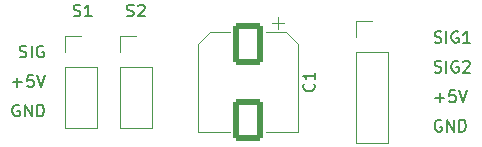
<source format=gto>
G04 #@! TF.GenerationSoftware,KiCad,Pcbnew,(6.0.0)*
G04 #@! TF.CreationDate,2022-06-26T22:52:38+02:00*
G04 #@! TF.ProjectId,mht-servo,6d68742d-7365-4727-966f-2e6b69636164,rev?*
G04 #@! TF.SameCoordinates,Original*
G04 #@! TF.FileFunction,Legend,Top*
G04 #@! TF.FilePolarity,Positive*
%FSLAX46Y46*%
G04 Gerber Fmt 4.6, Leading zero omitted, Abs format (unit mm)*
G04 Created by KiCad (PCBNEW (6.0.0)) date 2022-06-26 22:52:38*
%MOMM*%
%LPD*%
G01*
G04 APERTURE LIST*
G04 Aperture macros list*
%AMRoundRect*
0 Rectangle with rounded corners*
0 $1 Rounding radius*
0 $2 $3 $4 $5 $6 $7 $8 $9 X,Y pos of 4 corners*
0 Add a 4 corners polygon primitive as box body*
4,1,4,$2,$3,$4,$5,$6,$7,$8,$9,$2,$3,0*
0 Add four circle primitives for the rounded corners*
1,1,$1+$1,$2,$3*
1,1,$1+$1,$4,$5*
1,1,$1+$1,$6,$7*
1,1,$1+$1,$8,$9*
0 Add four rect primitives between the rounded corners*
20,1,$1+$1,$2,$3,$4,$5,0*
20,1,$1+$1,$4,$5,$6,$7,0*
20,1,$1+$1,$6,$7,$8,$9,0*
20,1,$1+$1,$8,$9,$2,$3,0*%
G04 Aperture macros list end*
%ADD10C,0.150000*%
%ADD11C,0.120000*%
%ADD12C,3.200000*%
%ADD13R,1.700000X1.700000*%
%ADD14O,1.700000X1.700000*%
%ADD15RoundRect,0.250000X-1.000000X1.500000X-1.000000X-1.500000X1.000000X-1.500000X1.000000X1.500000X0*%
G04 APERTURE END LIST*
D10*
X138116785Y-76965000D02*
X138021547Y-76917380D01*
X137878690Y-76917380D01*
X137735833Y-76965000D01*
X137640595Y-77060238D01*
X137592976Y-77155476D01*
X137545357Y-77345952D01*
X137545357Y-77488809D01*
X137592976Y-77679285D01*
X137640595Y-77774523D01*
X137735833Y-77869761D01*
X137878690Y-77917380D01*
X137973928Y-77917380D01*
X138116785Y-77869761D01*
X138164404Y-77822142D01*
X138164404Y-77488809D01*
X137973928Y-77488809D01*
X138592976Y-77917380D02*
X138592976Y-76917380D01*
X139164404Y-77917380D01*
X139164404Y-76917380D01*
X139640595Y-77917380D02*
X139640595Y-76917380D01*
X139878690Y-76917380D01*
X140021547Y-76965000D01*
X140116785Y-77060238D01*
X140164404Y-77155476D01*
X140212023Y-77345952D01*
X140212023Y-77488809D01*
X140164404Y-77679285D01*
X140116785Y-77774523D01*
X140021547Y-77869761D01*
X139878690Y-77917380D01*
X139640595Y-77917380D01*
X138164404Y-72869761D02*
X138307261Y-72917380D01*
X138545357Y-72917380D01*
X138640595Y-72869761D01*
X138688214Y-72822142D01*
X138735833Y-72726904D01*
X138735833Y-72631666D01*
X138688214Y-72536428D01*
X138640595Y-72488809D01*
X138545357Y-72441190D01*
X138354880Y-72393571D01*
X138259642Y-72345952D01*
X138212023Y-72298333D01*
X138164404Y-72203095D01*
X138164404Y-72107857D01*
X138212023Y-72012619D01*
X138259642Y-71965000D01*
X138354880Y-71917380D01*
X138592976Y-71917380D01*
X138735833Y-71965000D01*
X139164404Y-72917380D02*
X139164404Y-71917380D01*
X140164404Y-71965000D02*
X140069166Y-71917380D01*
X139926309Y-71917380D01*
X139783452Y-71965000D01*
X139688214Y-72060238D01*
X139640595Y-72155476D01*
X139592976Y-72345952D01*
X139592976Y-72488809D01*
X139640595Y-72679285D01*
X139688214Y-72774523D01*
X139783452Y-72869761D01*
X139926309Y-72917380D01*
X140021547Y-72917380D01*
X140164404Y-72869761D01*
X140212023Y-72822142D01*
X140212023Y-72488809D01*
X140021547Y-72488809D01*
X137592976Y-75036428D02*
X138354880Y-75036428D01*
X137973928Y-75417380D02*
X137973928Y-74655476D01*
X139307261Y-74417380D02*
X138831071Y-74417380D01*
X138783452Y-74893571D01*
X138831071Y-74845952D01*
X138926309Y-74798333D01*
X139164404Y-74798333D01*
X139259642Y-74845952D01*
X139307261Y-74893571D01*
X139354880Y-74988809D01*
X139354880Y-75226904D01*
X139307261Y-75322142D01*
X139259642Y-75369761D01*
X139164404Y-75417380D01*
X138926309Y-75417380D01*
X138831071Y-75369761D01*
X138783452Y-75322142D01*
X139640595Y-74417380D02*
X139973928Y-75417380D01*
X140307261Y-74417380D01*
X173287976Y-74154761D02*
X173430833Y-74202380D01*
X173668928Y-74202380D01*
X173764166Y-74154761D01*
X173811785Y-74107142D01*
X173859404Y-74011904D01*
X173859404Y-73916666D01*
X173811785Y-73821428D01*
X173764166Y-73773809D01*
X173668928Y-73726190D01*
X173478452Y-73678571D01*
X173383214Y-73630952D01*
X173335595Y-73583333D01*
X173287976Y-73488095D01*
X173287976Y-73392857D01*
X173335595Y-73297619D01*
X173383214Y-73250000D01*
X173478452Y-73202380D01*
X173716547Y-73202380D01*
X173859404Y-73250000D01*
X174287976Y-74202380D02*
X174287976Y-73202380D01*
X175287976Y-73250000D02*
X175192738Y-73202380D01*
X175049880Y-73202380D01*
X174907023Y-73250000D01*
X174811785Y-73345238D01*
X174764166Y-73440476D01*
X174716547Y-73630952D01*
X174716547Y-73773809D01*
X174764166Y-73964285D01*
X174811785Y-74059523D01*
X174907023Y-74154761D01*
X175049880Y-74202380D01*
X175145119Y-74202380D01*
X175287976Y-74154761D01*
X175335595Y-74107142D01*
X175335595Y-73773809D01*
X175145119Y-73773809D01*
X175716547Y-73297619D02*
X175764166Y-73250000D01*
X175859404Y-73202380D01*
X176097500Y-73202380D01*
X176192738Y-73250000D01*
X176240357Y-73297619D01*
X176287976Y-73392857D01*
X176287976Y-73488095D01*
X176240357Y-73630952D01*
X175668928Y-74202380D01*
X176287976Y-74202380D01*
X173335595Y-76321428D02*
X174097500Y-76321428D01*
X173716547Y-76702380D02*
X173716547Y-75940476D01*
X175049880Y-75702380D02*
X174573690Y-75702380D01*
X174526071Y-76178571D01*
X174573690Y-76130952D01*
X174668928Y-76083333D01*
X174907023Y-76083333D01*
X175002261Y-76130952D01*
X175049880Y-76178571D01*
X175097500Y-76273809D01*
X175097500Y-76511904D01*
X175049880Y-76607142D01*
X175002261Y-76654761D01*
X174907023Y-76702380D01*
X174668928Y-76702380D01*
X174573690Y-76654761D01*
X174526071Y-76607142D01*
X175383214Y-75702380D02*
X175716547Y-76702380D01*
X176049880Y-75702380D01*
X173859404Y-78250000D02*
X173764166Y-78202380D01*
X173621309Y-78202380D01*
X173478452Y-78250000D01*
X173383214Y-78345238D01*
X173335595Y-78440476D01*
X173287976Y-78630952D01*
X173287976Y-78773809D01*
X173335595Y-78964285D01*
X173383214Y-79059523D01*
X173478452Y-79154761D01*
X173621309Y-79202380D01*
X173716547Y-79202380D01*
X173859404Y-79154761D01*
X173907023Y-79107142D01*
X173907023Y-78773809D01*
X173716547Y-78773809D01*
X174335595Y-79202380D02*
X174335595Y-78202380D01*
X174907023Y-79202380D01*
X174907023Y-78202380D01*
X175383214Y-79202380D02*
X175383214Y-78202380D01*
X175621309Y-78202380D01*
X175764166Y-78250000D01*
X175859404Y-78345238D01*
X175907023Y-78440476D01*
X175954642Y-78630952D01*
X175954642Y-78773809D01*
X175907023Y-78964285D01*
X175859404Y-79059523D01*
X175764166Y-79154761D01*
X175621309Y-79202380D01*
X175383214Y-79202380D01*
X142738095Y-69404761D02*
X142880952Y-69452380D01*
X143119047Y-69452380D01*
X143214285Y-69404761D01*
X143261904Y-69357142D01*
X143309523Y-69261904D01*
X143309523Y-69166666D01*
X143261904Y-69071428D01*
X143214285Y-69023809D01*
X143119047Y-68976190D01*
X142928571Y-68928571D01*
X142833333Y-68880952D01*
X142785714Y-68833333D01*
X142738095Y-68738095D01*
X142738095Y-68642857D01*
X142785714Y-68547619D01*
X142833333Y-68500000D01*
X142928571Y-68452380D01*
X143166666Y-68452380D01*
X143309523Y-68500000D01*
X144261904Y-69452380D02*
X143690476Y-69452380D01*
X143976190Y-69452380D02*
X143976190Y-68452380D01*
X143880952Y-68595238D01*
X143785714Y-68690476D01*
X143690476Y-68738095D01*
X147238095Y-69404761D02*
X147380952Y-69452380D01*
X147619047Y-69452380D01*
X147714285Y-69404761D01*
X147761904Y-69357142D01*
X147809523Y-69261904D01*
X147809523Y-69166666D01*
X147761904Y-69071428D01*
X147714285Y-69023809D01*
X147619047Y-68976190D01*
X147428571Y-68928571D01*
X147333333Y-68880952D01*
X147285714Y-68833333D01*
X147238095Y-68738095D01*
X147238095Y-68642857D01*
X147285714Y-68547619D01*
X147333333Y-68500000D01*
X147428571Y-68452380D01*
X147666666Y-68452380D01*
X147809523Y-68500000D01*
X148190476Y-68547619D02*
X148238095Y-68500000D01*
X148333333Y-68452380D01*
X148571428Y-68452380D01*
X148666666Y-68500000D01*
X148714285Y-68547619D01*
X148761904Y-68642857D01*
X148761904Y-68738095D01*
X148714285Y-68880952D01*
X148142857Y-69452380D01*
X148761904Y-69452380D01*
X173287976Y-71654761D02*
X173430833Y-71702380D01*
X173668928Y-71702380D01*
X173764166Y-71654761D01*
X173811785Y-71607142D01*
X173859404Y-71511904D01*
X173859404Y-71416666D01*
X173811785Y-71321428D01*
X173764166Y-71273809D01*
X173668928Y-71226190D01*
X173478452Y-71178571D01*
X173383214Y-71130952D01*
X173335595Y-71083333D01*
X173287976Y-70988095D01*
X173287976Y-70892857D01*
X173335595Y-70797619D01*
X173383214Y-70750000D01*
X173478452Y-70702380D01*
X173716547Y-70702380D01*
X173859404Y-70750000D01*
X174287976Y-71702380D02*
X174287976Y-70702380D01*
X175287976Y-70750000D02*
X175192738Y-70702380D01*
X175049880Y-70702380D01*
X174907023Y-70750000D01*
X174811785Y-70845238D01*
X174764166Y-70940476D01*
X174716547Y-71130952D01*
X174716547Y-71273809D01*
X174764166Y-71464285D01*
X174811785Y-71559523D01*
X174907023Y-71654761D01*
X175049880Y-71702380D01*
X175145119Y-71702380D01*
X175287976Y-71654761D01*
X175335595Y-71607142D01*
X175335595Y-71273809D01*
X175145119Y-71273809D01*
X176287976Y-71702380D02*
X175716547Y-71702380D01*
X176002261Y-71702380D02*
X176002261Y-70702380D01*
X175907023Y-70845238D01*
X175811785Y-70940476D01*
X175716547Y-70988095D01*
X163057142Y-75166666D02*
X163104761Y-75214285D01*
X163152380Y-75357142D01*
X163152380Y-75452380D01*
X163104761Y-75595238D01*
X163009523Y-75690476D01*
X162914285Y-75738095D01*
X162723809Y-75785714D01*
X162580952Y-75785714D01*
X162390476Y-75738095D01*
X162295238Y-75690476D01*
X162200000Y-75595238D01*
X162152380Y-75452380D01*
X162152380Y-75357142D01*
X162200000Y-75214285D01*
X162247619Y-75166666D01*
X163152380Y-74214285D02*
X163152380Y-74785714D01*
X163152380Y-74500000D02*
X162152380Y-74500000D01*
X162295238Y-74595238D01*
X162390476Y-74690476D01*
X162438095Y-74785714D01*
D11*
X142020000Y-71145000D02*
X143350000Y-71145000D01*
X142020000Y-72475000D02*
X142020000Y-71145000D01*
X142020000Y-78885000D02*
X144680000Y-78885000D01*
X142020000Y-73745000D02*
X142020000Y-78885000D01*
X144680000Y-73745000D02*
X144680000Y-78885000D01*
X142020000Y-73745000D02*
X144680000Y-73745000D01*
X149330000Y-73745000D02*
X149330000Y-78885000D01*
X146670000Y-78885000D02*
X149330000Y-78885000D01*
X146670000Y-72475000D02*
X146670000Y-71145000D01*
X146670000Y-71145000D02*
X148000000Y-71145000D01*
X146670000Y-73745000D02*
X149330000Y-73745000D01*
X146670000Y-73745000D02*
X146670000Y-78885000D01*
X154304437Y-70740000D02*
X153240000Y-71804437D01*
X161760000Y-79260000D02*
X159010000Y-79260000D01*
X153240000Y-79260000D02*
X155990000Y-79260000D01*
X160695563Y-70740000D02*
X161760000Y-71804437D01*
X160510000Y-70000000D02*
X159510000Y-70000000D01*
X161760000Y-71804437D02*
X161760000Y-79260000D01*
X160010000Y-69500000D02*
X160010000Y-70500000D01*
X154304437Y-70740000D02*
X155990000Y-70740000D01*
X153240000Y-71804437D02*
X153240000Y-79260000D01*
X160695563Y-70740000D02*
X159010000Y-70740000D01*
X166670000Y-72470000D02*
X166670000Y-80150000D01*
X166670000Y-69870000D02*
X168000000Y-69870000D01*
X169330000Y-72470000D02*
X169330000Y-80150000D01*
X166670000Y-71200000D02*
X166670000Y-69870000D01*
X166670000Y-72470000D02*
X169330000Y-72470000D01*
X166670000Y-80150000D02*
X169330000Y-80150000D01*
%LPC*%
D12*
X132500000Y-75000000D03*
D13*
X143350000Y-72475000D03*
D14*
X143350000Y-75015000D03*
X143350000Y-77555000D03*
D13*
X148000000Y-72475000D03*
D14*
X148000000Y-75015000D03*
X148000000Y-77555000D03*
D12*
X182500000Y-75000000D03*
D15*
X157500000Y-71750000D03*
X157500000Y-78250000D03*
D13*
X168000000Y-71200000D03*
D14*
X168000000Y-73740000D03*
X168000000Y-76280000D03*
X168000000Y-78820000D03*
M02*

</source>
